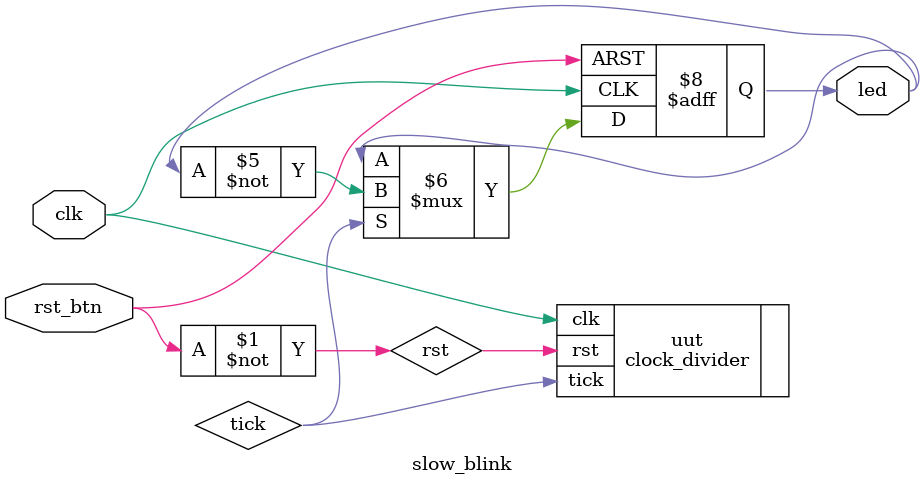
<source format=v>

module slow_blink (

    // Inputs
    input           clk,
    input           rst_btn,    
    
    // Outputs
    output  reg     led
);

    // Settings
    localparam MODULO = 6000000;    // Toggle LED every 0.5 s with 12 MHz clk
    
    // Internal signals
    wire    rst;
    wire    tick;
    
    // Invert reset button
    assign rst = ~rst_btn;

    // Instantiate clock divider
    clock_divider #(
        .MODULO(MODULO)
    ) uut (
        .clk(clk),
        .rst(rst),
        .tick(tick)
    );
    
    // Example using clock divider to blink LED
    always @ (posedge clk or posedge rst) begin
        if (rst == 1'b1) begin
            led <= 1'b0;
        end else if (tick == 1'b1) begin
            led <= ~led;
        end
    end
    
endmodule
</source>
